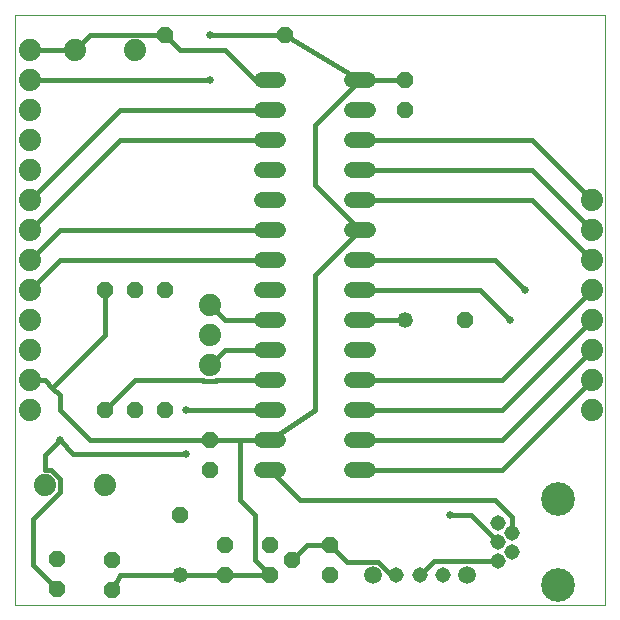
<source format=gtl>
G75*
%MOIN*%
%OFA0B0*%
%FSLAX25Y25*%
%IPPOS*%
%LPD*%
%AMOC8*
5,1,8,0,0,1.08239X$1,22.5*
%
%ADD10C,0.00000*%
%ADD11OC8,0.05200*%
%ADD12C,0.05200*%
%ADD13C,0.05150*%
%ADD14C,0.11220*%
%ADD15C,0.05200*%
%ADD16C,0.05937*%
%ADD17C,0.07400*%
%ADD18C,0.01600*%
%ADD19C,0.02578*%
D10*
X0007500Y0002833D02*
X0007500Y0199684D01*
X0204350Y0199684D01*
X0204350Y0002833D01*
X0007500Y0002833D01*
D11*
X0021500Y0008333D03*
X0021500Y0018333D03*
X0040000Y0017833D03*
X0040000Y0007833D03*
X0062500Y0032833D03*
X0077500Y0022833D03*
X0077500Y0012833D03*
X0092500Y0012833D03*
X0100000Y0017833D03*
X0092500Y0022833D03*
X0112500Y0022833D03*
X0112500Y0012833D03*
X0072500Y0047833D03*
X0072500Y0057833D03*
X0057500Y0067833D03*
X0047500Y0067833D03*
X0037500Y0067833D03*
X0037500Y0107833D03*
X0047500Y0107833D03*
X0057500Y0107833D03*
X0137500Y0167833D03*
X0137500Y0177833D03*
X0097500Y0192833D03*
X0057500Y0192833D03*
X0157500Y0097833D03*
D12*
X0137500Y0097833D03*
X0062500Y0012833D03*
D13*
X0134626Y0012833D03*
X0142500Y0012833D03*
X0150374Y0012833D03*
X0168421Y0017534D03*
X0173146Y0020684D03*
X0168421Y0023833D03*
X0173146Y0026983D03*
X0168421Y0030133D03*
D14*
X0188500Y0038203D03*
X0188500Y0009463D03*
D15*
X0125100Y0047833D02*
X0119900Y0047833D01*
X0119900Y0057833D02*
X0125100Y0057833D01*
X0125100Y0067833D02*
X0119900Y0067833D01*
X0119900Y0077833D02*
X0125100Y0077833D01*
X0125100Y0087833D02*
X0119900Y0087833D01*
X0119900Y0097833D02*
X0125100Y0097833D01*
X0125100Y0107833D02*
X0119900Y0107833D01*
X0119900Y0117833D02*
X0125100Y0117833D01*
X0125100Y0127833D02*
X0119900Y0127833D01*
X0119900Y0137833D02*
X0125100Y0137833D01*
X0125100Y0147833D02*
X0119900Y0147833D01*
X0119900Y0157833D02*
X0125100Y0157833D01*
X0125100Y0167833D02*
X0119900Y0167833D01*
X0119900Y0177833D02*
X0125100Y0177833D01*
X0095100Y0177833D02*
X0089900Y0177833D01*
X0089900Y0167833D02*
X0095100Y0167833D01*
X0095100Y0157833D02*
X0089900Y0157833D01*
X0089900Y0147833D02*
X0095100Y0147833D01*
X0095100Y0137833D02*
X0089900Y0137833D01*
X0089900Y0127833D02*
X0095100Y0127833D01*
X0095100Y0117833D02*
X0089900Y0117833D01*
X0089900Y0107833D02*
X0095100Y0107833D01*
X0095100Y0097833D02*
X0089900Y0097833D01*
X0089900Y0087833D02*
X0095100Y0087833D01*
X0095100Y0077833D02*
X0089900Y0077833D01*
X0089900Y0067833D02*
X0095100Y0067833D01*
X0095100Y0057833D02*
X0089900Y0057833D01*
X0089900Y0047833D02*
X0095100Y0047833D01*
D16*
X0126752Y0012833D03*
X0158248Y0012833D03*
D17*
X0200000Y0067833D03*
X0200000Y0077833D03*
X0200000Y0087833D03*
X0200000Y0097833D03*
X0200000Y0107833D03*
X0200000Y0117833D03*
X0200000Y0127833D03*
X0200000Y0137833D03*
X0072500Y0102833D03*
X0072500Y0092833D03*
X0072500Y0082833D03*
X0037500Y0042833D03*
X0017500Y0042833D03*
X0012500Y0067833D03*
X0012500Y0077833D03*
X0012500Y0087833D03*
X0012500Y0097833D03*
X0012500Y0107833D03*
X0012500Y0117833D03*
X0012500Y0127833D03*
X0012500Y0137833D03*
X0012500Y0147833D03*
X0012500Y0157833D03*
X0012500Y0167833D03*
X0012500Y0177833D03*
X0012500Y0187833D03*
X0027500Y0187833D03*
X0047500Y0187833D03*
D18*
X0049712Y0192833D02*
X0049612Y0192933D01*
X0032600Y0192933D01*
X0027500Y0187833D01*
X0012500Y0187833D01*
X0012500Y0177833D02*
X0072500Y0177833D01*
X0077500Y0187833D02*
X0062500Y0187833D01*
X0057500Y0192833D01*
X0049712Y0192833D01*
X0072500Y0192833D02*
X0097500Y0192833D01*
X0122500Y0177833D01*
X0137500Y0177833D01*
X0122500Y0177833D02*
X0107500Y0162833D01*
X0107500Y0142833D01*
X0122500Y0127833D01*
X0107500Y0112833D01*
X0107500Y0067833D01*
X0092500Y0057833D01*
X0082500Y0057833D01*
X0072500Y0057833D01*
X0032500Y0057833D01*
X0022500Y0067833D01*
X0022500Y0072833D01*
X0020000Y0075333D01*
X0037500Y0092833D01*
X0037500Y0107833D01*
X0022500Y0117833D02*
X0012500Y0107833D01*
X0012500Y0117833D02*
X0022500Y0127833D01*
X0092500Y0127833D01*
X0092500Y0117833D02*
X0022500Y0117833D01*
X0012500Y0127833D02*
X0042500Y0157833D01*
X0092500Y0157833D01*
X0092500Y0167833D02*
X0042500Y0167833D01*
X0012500Y0137833D01*
X0072500Y0102833D02*
X0077500Y0097833D01*
X0092500Y0097833D01*
X0092500Y0087833D02*
X0077500Y0087833D01*
X0072500Y0082833D01*
X0070288Y0077833D02*
X0047500Y0077833D01*
X0037500Y0067833D01*
X0027000Y0053333D02*
X0022500Y0057833D01*
X0017500Y0052833D01*
X0017500Y0047933D01*
X0019613Y0047933D01*
X0022600Y0044946D01*
X0022600Y0040721D01*
X0013500Y0031621D01*
X0013500Y0016176D01*
X0017500Y0012176D01*
X0021500Y0008333D01*
X0040000Y0007833D02*
X0042500Y0012833D01*
X0062500Y0012833D01*
X0077500Y0012833D01*
X0092500Y0012833D01*
X0087500Y0017833D01*
X0087500Y0032833D01*
X0082500Y0037833D01*
X0082500Y0057833D01*
X0092500Y0047833D02*
X0102500Y0037833D01*
X0167500Y0037833D01*
X0173146Y0032188D01*
X0173146Y0026983D01*
X0168421Y0023833D02*
X0159421Y0032833D01*
X0152500Y0032833D01*
X0147201Y0017534D02*
X0142500Y0012833D01*
X0147201Y0017534D02*
X0168421Y0017534D01*
X0170000Y0047833D02*
X0122500Y0047833D01*
X0122500Y0057833D02*
X0170000Y0057833D01*
X0200000Y0087833D01*
X0200000Y0077833D02*
X0170000Y0047833D01*
X0170000Y0067833D02*
X0200000Y0097833D01*
X0200000Y0107833D02*
X0170000Y0077833D01*
X0122500Y0077833D01*
X0122500Y0067833D02*
X0170000Y0067833D01*
X0172500Y0097833D02*
X0162500Y0107833D01*
X0122500Y0107833D01*
X0122500Y0097833D02*
X0137500Y0097833D01*
X0122500Y0117833D02*
X0167500Y0117833D01*
X0177500Y0107833D01*
X0200000Y0117833D02*
X0180000Y0137833D01*
X0122500Y0137833D01*
X0122500Y0147833D02*
X0180000Y0147833D01*
X0200000Y0127833D01*
X0200000Y0137833D02*
X0180000Y0157833D01*
X0122500Y0157833D01*
X0092500Y0177833D02*
X0087500Y0177833D01*
X0077500Y0187833D01*
X0074713Y0077833D02*
X0074613Y0077733D01*
X0070388Y0077733D01*
X0070288Y0077833D01*
X0074713Y0077833D02*
X0092500Y0077833D01*
X0092500Y0067833D02*
X0064500Y0067833D01*
X0064500Y0053333D02*
X0027000Y0053333D01*
X0020000Y0075333D02*
X0017500Y0077833D01*
X0012500Y0077833D01*
X0100000Y0017833D02*
X0105000Y0022833D01*
X0112500Y0022833D01*
X0118131Y0017202D01*
X0128561Y0017202D01*
X0132930Y0012833D01*
X0134626Y0012833D01*
D19*
X0152500Y0032833D03*
X0172500Y0097833D03*
X0177500Y0107833D03*
X0072500Y0177833D03*
X0072500Y0192833D03*
X0064500Y0067833D03*
X0064500Y0053333D03*
X0022500Y0057833D03*
M02*

</source>
